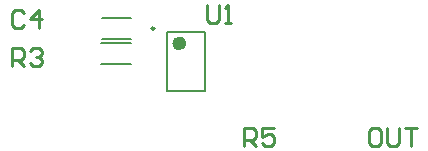
<source format=gbr>
G04*
G04 #@! TF.GenerationSoftware,Altium Limited,Altium Designer,24.4.1 (13)*
G04*
G04 Layer_Color=65535*
%FSLAX25Y25*%
%MOIN*%
G70*
G04*
G04 #@! TF.SameCoordinates,D49A6A7F-BD6C-421B-9F91-F44A7ED913D7*
G04*
G04*
G04 #@! TF.FilePolarity,Positive*
G04*
G01*
G75*
%ADD10C,0.02362*%
%ADD11C,0.00984*%
%ADD12C,0.00787*%
%ADD13C,0.01000*%
D10*
X83925Y50831D02*
G03*
X83925Y50831I-1181J0D01*
G01*
D11*
X74476Y55870D02*
G03*
X74476Y55870I-492J0D01*
G01*
D12*
X78807Y35083D02*
X91405D01*
X78807Y54768D02*
X91405D01*
Y35083D02*
Y54768D01*
X78807Y35083D02*
Y54768D01*
X56889Y59386D02*
X66567D01*
X56889Y52464D02*
X66567D01*
X56795Y50981D02*
X66662D01*
X56795Y43870D02*
X66662D01*
D13*
X148939Y22684D02*
X146939D01*
X145940Y21684D01*
Y17686D01*
X146939Y16686D01*
X148939D01*
X149938Y17686D01*
Y21684D01*
X148939Y22684D01*
X151938D02*
Y17686D01*
X152937Y16686D01*
X154937D01*
X155936Y17686D01*
Y22684D01*
X157936D02*
X161934D01*
X159935D01*
Y16686D01*
X30890Y61054D02*
X29890Y62054D01*
X27891D01*
X26891Y61054D01*
Y57056D01*
X27891Y56056D01*
X29890D01*
X30890Y57056D01*
X35888Y56056D02*
Y62054D01*
X32889Y59055D01*
X36888D01*
X92085Y63681D02*
Y58682D01*
X93085Y57683D01*
X95084D01*
X96084Y58682D01*
Y63681D01*
X98083Y57683D02*
X100083D01*
X99083D01*
Y63681D01*
X98083Y62681D01*
X104450Y16686D02*
Y22684D01*
X107449D01*
X108449Y21684D01*
Y19685D01*
X107449Y18685D01*
X104450D01*
X106450D02*
X108449Y16686D01*
X114447Y22684D02*
X110449D01*
Y19685D01*
X112448Y20685D01*
X113447D01*
X114447Y19685D01*
Y17686D01*
X113447Y16686D01*
X111448D01*
X110449Y17686D01*
X26891Y43458D02*
Y49456D01*
X29890D01*
X30890Y48456D01*
Y46457D01*
X29890Y45457D01*
X26891D01*
X28891D02*
X30890Y43458D01*
X32889Y48456D02*
X33889Y49456D01*
X35888D01*
X36888Y48456D01*
Y47456D01*
X35888Y46457D01*
X34889D01*
X35888D01*
X36888Y45457D01*
Y44457D01*
X35888Y43458D01*
X33889D01*
X32889Y44457D01*
M02*

</source>
